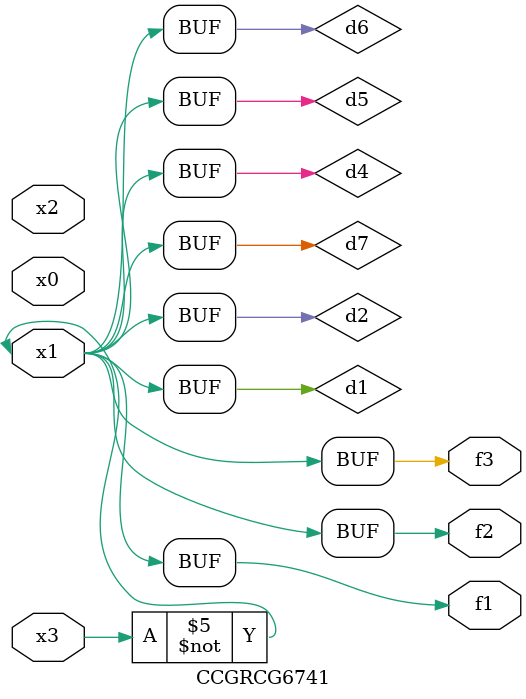
<source format=v>
module CCGRCG6741(
	input x0, x1, x2, x3,
	output f1, f2, f3
);

	wire d1, d2, d3, d4, d5, d6, d7;

	not (d1, x3);
	buf (d2, x1);
	xnor (d3, d1, d2);
	nor (d4, d1);
	buf (d5, d1, d2);
	buf (d6, d4, d5);
	nand (d7, d4);
	assign f1 = d6;
	assign f2 = d7;
	assign f3 = d6;
endmodule

</source>
